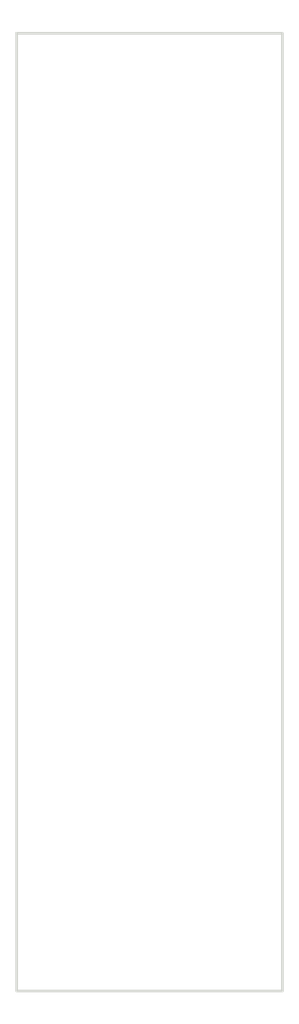
<source format=kicad_pcb>
(kicad_pcb (version 20221018) (generator pcbnew)

  (general
    (thickness 1.6)
  )

  (paper "USLetter")
  (layers
    (0 "F.Cu" signal)
    (31 "B.Cu" signal)
    (32 "B.Adhes" user "B.Adhesive")
    (33 "F.Adhes" user "F.Adhesive")
    (34 "B.Paste" user)
    (35 "F.Paste" user)
    (36 "B.SilkS" user "B.Silkscreen")
    (37 "F.SilkS" user "F.Silkscreen")
    (38 "B.Mask" user)
    (39 "F.Mask" user)
    (40 "Dwgs.User" user "User.Drawings")
    (41 "Cmts.User" user "User.Comments")
    (42 "Eco1.User" user "User.Eco1")
    (43 "Eco2.User" user "User.Eco2")
    (44 "Edge.Cuts" user)
    (45 "Margin" user)
    (46 "B.CrtYd" user "B.Courtyard")
    (47 "F.CrtYd" user "F.Courtyard")
    (48 "B.Fab" user)
    (49 "F.Fab" user)
    (50 "User.1" user)
    (51 "User.2" user)
    (52 "User.3" user)
    (53 "User.4" user)
    (54 "User.5" user)
    (55 "User.6" user)
    (56 "User.7" user)
    (57 "User.8" user)
    (58 "User.9" user)
  )

  (setup
    (stackup
      (layer "F.SilkS" (type "Top Silk Screen"))
      (layer "F.Paste" (type "Top Solder Paste"))
      (layer "F.Mask" (type "Top Solder Mask") (thickness 0.01))
      (layer "F.Cu" (type "copper") (thickness 0.035))
      (layer "dielectric 1" (type "core") (thickness 1.51) (material "FR4") (epsilon_r 4.5) (loss_tangent 0.02))
      (layer "B.Cu" (type "copper") (thickness 0.035))
      (layer "B.Mask" (type "Bottom Solder Mask") (thickness 0.01))
      (layer "B.Paste" (type "Bottom Solder Paste"))
      (layer "B.SilkS" (type "Bottom Silk Screen"))
      (copper_finish "None")
      (dielectric_constraints no)
    )
    (pad_to_mask_clearance 0)
    (aux_axis_origin 20 20)
    (grid_origin 20 20)
    (pcbplotparams
      (layerselection 0x00010fc_ffffffff)
      (plot_on_all_layers_selection 0x0000000_00000000)
      (disableapertmacros false)
      (usegerberextensions false)
      (usegerberattributes true)
      (usegerberadvancedattributes true)
      (creategerberjobfile true)
      (dashed_line_dash_ratio 12.000000)
      (dashed_line_gap_ratio 3.000000)
      (svgprecision 4)
      (plotframeref false)
      (viasonmask false)
      (mode 1)
      (useauxorigin false)
      (hpglpennumber 1)
      (hpglpenspeed 20)
      (hpglpendiameter 15.000000)
      (dxfpolygonmode true)
      (dxfimperialunits true)
      (dxfusepcbnewfont true)
      (psnegative false)
      (psa4output false)
      (plotreference true)
      (plotvalue true)
      (plotinvisibletext false)
      (sketchpadsonfab false)
      (subtractmaskfromsilk false)
      (outputformat 1)
      (mirror false)
      (drillshape 0)
      (scaleselection 1)
      (outputdirectory "")
    )
  )

  (net 0 "")

  (gr_rect locked (start 20 20) (end 40 92)
    (stroke (width 0.2) (type default)) (fill none) (layer "Edge.Cuts") (tstamp 86b1ff45-2082-46bd-9c7f-bd443e600339))
  (gr_rect locked (start 18.75 17.5) (end 41.25 94.5)
    (stroke (width 0.01) (type default)) (fill none) (layer "Margin") (tstamp 1e079792-6ba7-4d74-b5d5-b41b35d2a17c))
  (gr_rect locked (start 23.1 23.1) (end 36.9 88.9)
    (stroke (width 0.01) (type dash)) (fill none) (layer "B.Fab") (tstamp 6a8b1cf2-1a05-45d7-9455-40454c008cd7))
  (gr_rect locked (start 21.2 21.2) (end 38.8 90.8)
    (stroke (width 0.01) (type dash)) (fill none) (layer "F.Fab") (tstamp cdfb55bd-a3e5-40ef-89a9-c8ca9105300d))

)

</source>
